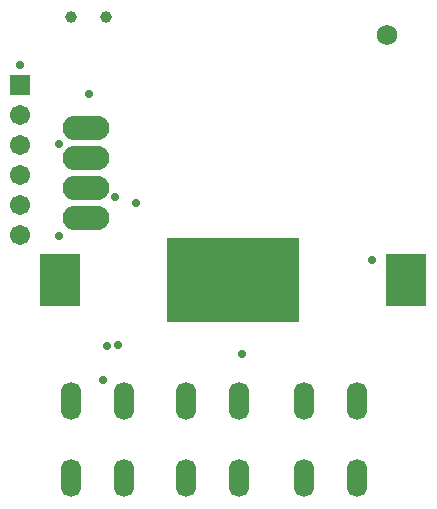
<source format=gbs>
%FSTAX23Y23*%
%MOIN*%
%SFA1B1*%

%IPPOS*%
%ADD37C,0.068000*%
%ADD38C,0.067060*%
%ADD39R,0.067060X0.067060*%
%ADD40O,0.067060X0.126110*%
%ADD41C,0.039500*%
%ADD42O,0.156000X0.082000*%
%ADD43C,0.027680*%
%ADD44R,0.133980X0.173350*%
%ADD45R,0.441070X0.283590*%
%LNpcb1-1*%
%LPD*%
G54D37*
X01289Y01633D03*
G54D38*
X00068Y00966D03*
Y01066D03*
Y01166D03*
Y01266D03*
Y01366D03*
G54D39*
X00068Y01466D03*
G54D40*
X00797Y00413D03*
Y00157D03*
X0062Y00413D03*
Y00157D03*
X00236D03*
Y00413D03*
X00413Y00157D03*
Y00413D03*
X0119D03*
Y00157D03*
X01013Y00413D03*
Y00157D03*
G54D41*
X00354Y01692D03*
X00236D03*
G54D42*
X00287Y01023D03*
Y01123D03*
Y01223D03*
Y01323D03*
G54D43*
X00068Y01535D03*
X00295Y01437D03*
X0124Y00885D03*
X00196Y01269D03*
X00452Y01072D03*
X00344Y00482D03*
X00807Y0057D03*
X00196Y00964D03*
X00383Y01092D03*
X00358Y00596D03*
X00393Y006D03*
G54D44*
X01354Y00816D03*
X002D03*
G54D45*
X00777Y00816D03*
M02*
</source>
